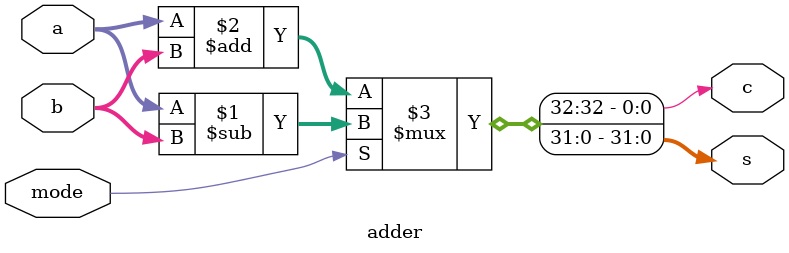
<source format=sv>
`timescale 1ns / 1ps

/*
*
*/

module adder (
    input  logic [31:0] a,
    input  logic [31:0] b,
    input  logic        mode,
    output logic [31:0] s,
    output logic        c
);

    // ALU
    assign {c, s} = (mode) ? a - b : a + b;

endmodule

</source>
